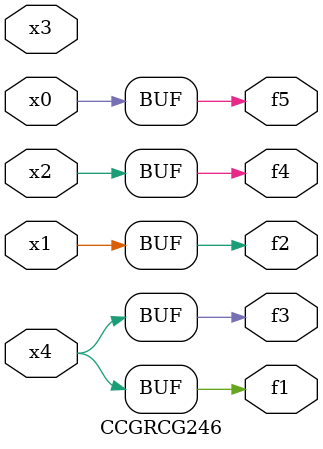
<source format=v>
module CCGRCG246(
	input x0, x1, x2, x3, x4,
	output f1, f2, f3, f4, f5
);
	assign f1 = x4;
	assign f2 = x1;
	assign f3 = x4;
	assign f4 = x2;
	assign f5 = x0;
endmodule

</source>
